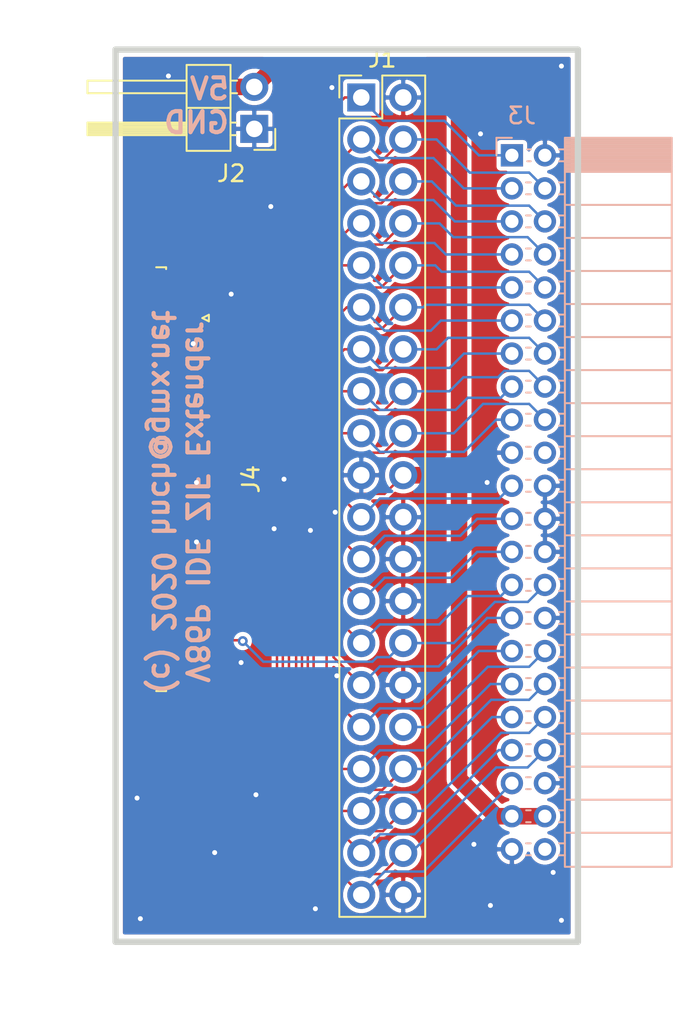
<source format=kicad_pcb>
(kicad_pcb (version 20171130) (host pcbnew 5.1.5-5.1.5)
  (title_block (title "flex_ide_adapter Revision 3") (date 2016-05-14) (rev 3B) (company "The Glitch Works") (comment 1 "J. Chapman"))
  (layers (0 Component signal) (31 Copper signal) (34 B.Paste user hide) (35 F.Paste user hide) (36 B.SilkS user) (37 F.SilkS user) (38 B.Mask user hide) (39 F.Mask user hide) (44 Edge.Cuts user))
  (net 0 "")
  (net 1 /*CS1FX)
  (net 2 /*CS3FX)
  (net 3 /*IOR-IDE)
  (net 4 /*IOW-IDE)
  (net 5 /*RESET)
  (net 6 /A0-IDE)
  (net 7 /A1-IDE)
  (net 8 /A2-IDE)
  (net 9 /D10)
  (net 10 /D11)
  (net 11 /D12)
  (net 12 /D13)
  (net 13 /D14)
  (net 14 /D15)
  (net 15 /D8)
  (net 16 /D9)
  (net 17 /INTRQ)
  (net 18 /VCC_CF)
  (net 19 /DMARQ)
  (net 20 /IORDY)
  (net 21 /IOCS16)
  (net 22 /PDIAG)
  (net 23 /DMACK)
  (net 24 GNDD)
  (net 25 /*DASP)
  (net 26 /D0)
  (net 27 /D1)
  (net 28 /D2)
  (net 29 /D3)
  (net 30 /D4)
  (net 31 /D5)
  (net 32 /D6)
  (net 33 /D7)
  (net 34 /CSEL)
  (net 35 "Net-(J3-Pad44)")
  (net 36 "Net-(J3-Pad20)")
  (net 37 "Net-(J4-Pad2)")
  (net 38 "Net-(J4-Pad1)")
  (module Connector_FFC-FPC:TE_4-1734839-0_1x40-1MP_P0.5mm_Horizontal (layer Component) (at 108.9 54.5 270)
    (fp_text reference J4 (at 0 -3.1 90) (layer F.SilkS))
    (fp_text value Conn_02x20_Odd_Even)
    (pad MP smd rect (at 11.42 0.35 270) (size 2.3 3.1) (layers Component F.Paste F.Mask))
    (pad MP smd rect (at -11.42 0.35 270) (size 2.3 3.1) (layers Component F.Paste F.Mask))
    (pad 40 smd rect (at 9.75 -1.35 270) (size 0.3 1.1) (layers Component F.Paste F.Mask) (net 34 /CSEL))
    (pad 39 smd rect (at 9.25 -1.35 270) (size 0.3 1.1) (layers Component F.Paste F.Mask) (net 18 /VCC_CF))
    (pad 38 smd rect (at 8.75 -1.35 270) (size 0.3 1.1) (layers Component F.Paste F.Mask) (net 18 /VCC_CF))
    (pad 37 smd rect (at 8.25 -1.35 270) (size 0.3 1.1) (layers Component F.Paste F.Mask) (net 25 /*DASP))
    (pad 36 smd rect (at 7.75 -1.35 270) (size 0.3 1.1) (layers Component F.Paste F.Mask) (net 2 /*CS3FX))
    (pad 35 smd rect (at 7.25 -1.35 270) (size 0.3 1.1) (layers Component F.Paste F.Mask) (net 1 /*CS1FX))
    (pad 34 smd rect (at 6.75 -1.35 270) (size 0.3 1.1) (layers Component F.Paste F.Mask) (net 8 /A2-IDE))
    (pad 33 smd rect (at 6.25 -1.35 270) (size 0.3 1.1) (layers Component F.Paste F.Mask) (net 6 /A0-IDE))
    (pad 32 smd rect (at 5.75 -1.35 270) (size 0.3 1.1) (layers Component F.Paste F.Mask) (net 22 /PDIAG))
    (pad 31 smd rect (at 5.25 -1.35 270) (size 0.3 1.1) (layers Component F.Paste F.Mask) (net 7 /A1-IDE))
    (pad 30 smd rect (at 4.75 -1.35 270) (size 0.3 1.1) (layers Component F.Paste F.Mask) (net 17 /INTRQ))
    (pad 29 smd rect (at 4.25 -1.35 270) (size 0.3 1.1) (layers Component F.Paste F.Mask) (net 23 /DMACK))
    (pad 28 smd rect (at 3.75 -1.35 270) (size 0.3 1.1) (layers Component F.Paste F.Mask) (net 24 GNDD))
    (pad 27 smd rect (at 3.25 -1.35 270) (size 0.3 1.1) (layers Component F.Paste F.Mask) (net 20 /IORDY))
    (pad 26 smd rect (at 2.75 -1.35 270) (size 0.3 1.1) (layers Component F.Paste F.Mask) (net 24 GNDD))
    (pad 25 smd rect (at 2.25 -1.35 270) (size 0.3 1.1) (layers Component F.Paste F.Mask) (net 3 /*IOR-IDE))
    (pad 24 smd rect (at 1.75 -1.35 270) (size 0.3 1.1) (layers Component F.Paste F.Mask) (net 4 /*IOW-IDE))
    (pad 23 smd rect (at 1.25 -1.35 270) (size 0.3 1.1) (layers Component F.Paste F.Mask) (net 24 GNDD))
    (pad 22 smd rect (at 0.75 -1.35 270) (size 0.3 1.1) (layers Component F.Paste F.Mask) (net 19 /DMARQ))
    (pad 21 smd rect (at 0.25 -1.35 270) (size 0.3 1.1) (layers Component F.Paste F.Mask) (net 24 GNDD))
    (pad 20 smd rect (at -0.25 -1.35 270) (size 0.3 1.1) (layers Component F.Paste F.Mask) (net 14 /D15))
    (pad 19 smd rect (at -0.75 -1.35 270) (size 0.3 1.1) (layers Component F.Paste F.Mask) (net 26 /D0))
    (pad 18 smd rect (at -1.25 -1.35 270) (size 0.3 1.1) (layers Component F.Paste F.Mask) (net 13 /D14))
    (pad 17 smd rect (at -1.75 -1.35 270) (size 0.3 1.1) (layers Component F.Paste F.Mask) (net 27 /D1))
    (pad 16 smd rect (at -2.25 -1.35 270) (size 0.3 1.1) (layers Component F.Paste F.Mask) (net 12 /D13))
    (pad 15 smd rect (at -2.75 -1.35 270) (size 0.3 1.1) (layers Component F.Paste F.Mask) (net 28 /D2))
    (pad 14 smd rect (at -3.25 -1.35 270) (size 0.3 1.1) (layers Component F.Paste F.Mask) (net 11 /D12))
    (pad 13 smd rect (at -3.75 -1.35 270) (size 0.3 1.1) (layers Component F.Paste F.Mask) (net 29 /D3))
    (pad 12 smd rect (at -4.25 -1.35 270) (size 0.3 1.1) (layers Component F.Paste F.Mask) (net 10 /D11))
    (pad 11 smd rect (at -4.75 -1.35 270) (size 0.3 1.1) (layers Component F.Paste F.Mask) (net 30 /D4))
    (pad 10 smd rect (at -5.25 -1.35 270) (size 0.3 1.1) (layers Component F.Paste F.Mask) (net 9 /D10))
    (pad 9 smd rect (at -5.75 -1.35 270) (size 0.3 1.1) (layers Component F.Paste F.Mask) (net 31 /D5))
    (pad 8 smd rect (at -6.25 -1.35 270) (size 0.3 1.1) (layers Component F.Paste F.Mask) (net 16 /D9))
    (pad 7 smd rect (at -6.75 -1.35 270) (size 0.3 1.1) (layers Component F.Paste F.Mask) (net 32 /D6))
    (pad 6 smd rect (at -7.25 -1.35 270) (size 0.3 1.1) (layers Component F.Paste F.Mask) (net 15 /D8))
    (pad 5 smd rect (at -7.75 -1.35 270) (size 0.3 1.1) (layers Component F.Paste F.Mask) (net 33 /D7))
    (pad 4 smd rect (at -8.25 -1.35 270) (size 0.3 1.1) (layers Component F.Paste F.Mask) (net 24 GNDD))
    (pad 3 smd rect (at -8.75 -1.35 270) (size 0.3 1.1) (layers Component F.Paste F.Mask) (net 5 /*RESET))
    (pad 2 smd rect (at -9.25 -1.35 270) (size 0.3 1.1) (layers Component F.Paste F.Mask) (net 37 "Net-(J4-Pad2)"))
    (pad 1 smd rect (at -9.75 -1.35 270) (size 0.3 1.1) (layers Component F.Paste F.Mask) (net 38 "Net-(J4-Pad1)"))
  )
  (module Connector_PinHeader_2.54mm:PinHeader_2x20_P2.54mm_Vertical (layer Component) (at 118.68 31.4)
    (fp_text reference J1 (at 1.27 -2.33) (layer F.SilkS))
    (fp_text value Conn_02x20_Odd_Even)
    (pad 40 thru_hole oval (at 2.54 48.26) (size 1.7 1.7) (drill 1) (layers *.Cu *.Mask) (net 24 GNDD))
    (pad 39 thru_hole oval (at 0 48.26) (size 1.7 1.7) (drill 1) (layers *.Cu *.Mask) (net 25 /*DASP))
    (pad 38 thru_hole oval (at 2.54 45.72) (size 1.7 1.7) (drill 1) (layers *.Cu *.Mask) (net 2 /*CS3FX))
    (pad 37 thru_hole oval (at 0 45.72) (size 1.7 1.7) (drill 1) (layers *.Cu *.Mask) (net 1 /*CS1FX))
    (pad 36 thru_hole oval (at 2.54 43.18) (size 1.7 1.7) (drill 1) (layers *.Cu *.Mask) (net 8 /A2-IDE))
    (pad 35 thru_hole oval (at 0 43.18) (size 1.7 1.7) (drill 1) (layers *.Cu *.Mask) (net 6 /A0-IDE))
    (pad 34 thru_hole oval (at 2.54 40.64) (size 1.7 1.7) (drill 1) (layers *.Cu *.Mask) (net 22 /PDIAG))
    (pad 33 thru_hole oval (at 0 40.64) (size 1.7 1.7) (drill 1) (layers *.Cu *.Mask) (net 7 /A1-IDE))
    (pad 32 thru_hole oval (at 2.54 38.1) (size 1.7 1.7) (drill 1) (layers *.Cu *.Mask) (net 21 /IOCS16))
    (pad 31 thru_hole oval (at 0 38.1) (size 1.7 1.7) (drill 1) (layers *.Cu *.Mask) (net 17 /INTRQ))
    (pad 30 thru_hole oval (at 2.54 35.56) (size 1.7 1.7) (drill 1) (layers *.Cu *.Mask) (net 24 GNDD))
    (pad 29 thru_hole oval (at 0 35.56) (size 1.7 1.7) (drill 1) (layers *.Cu *.Mask) (net 23 /DMACK))
    (pad 28 thru_hole oval (at 2.54 33.02) (size 1.7 1.7) (drill 1) (layers *.Cu *.Mask) (net 34 /CSEL))
    (pad 27 thru_hole oval (at 0 33.02) (size 1.7 1.7) (drill 1) (layers *.Cu *.Mask) (net 20 /IORDY))
    (pad 26 thru_hole oval (at 2.54 30.48) (size 1.7 1.7) (drill 1) (layers *.Cu *.Mask) (net 24 GNDD))
    (pad 25 thru_hole oval (at 0 30.48) (size 1.7 1.7) (drill 1) (layers *.Cu *.Mask) (net 3 /*IOR-IDE))
    (pad 24 thru_hole oval (at 2.54 27.94) (size 1.7 1.7) (drill 1) (layers *.Cu *.Mask) (net 24 GNDD))
    (pad 23 thru_hole oval (at 0 27.94) (size 1.7 1.7) (drill 1) (layers *.Cu *.Mask) (net 4 /*IOW-IDE))
    (pad 22 thru_hole oval (at 2.54 25.4) (size 1.7 1.7) (drill 1) (layers *.Cu *.Mask) (net 24 GNDD))
    (pad 21 thru_hole oval (at 0 25.4) (size 1.7 1.7) (drill 1) (layers *.Cu *.Mask) (net 19 /DMARQ))
    (pad 20 thru_hole oval (at 2.54 22.86) (size 1.7 1.7) (drill 1) (layers *.Cu *.Mask) (net 18 /VCC_CF))
    (pad 19 thru_hole oval (at 0 22.86) (size 1.7 1.7) (drill 1) (layers *.Cu *.Mask) (net 24 GNDD))
    (pad 18 thru_hole oval (at 2.54 20.32) (size 1.7 1.7) (drill 1) (layers *.Cu *.Mask) (net 14 /D15))
    (pad 17 thru_hole oval (at 0 20.32) (size 1.7 1.7) (drill 1) (layers *.Cu *.Mask) (net 26 /D0))
    (pad 16 thru_hole oval (at 2.54 17.78) (size 1.7 1.7) (drill 1) (layers *.Cu *.Mask) (net 13 /D14))
    (pad 15 thru_hole oval (at 0 17.78) (size 1.7 1.7) (drill 1) (layers *.Cu *.Mask) (net 27 /D1))
    (pad 14 thru_hole oval (at 2.54 15.24) (size 1.7 1.7) (drill 1) (layers *.Cu *.Mask) (net 12 /D13))
    (pad 13 thru_hole oval (at 0 15.24) (size 1.7 1.7) (drill 1) (layers *.Cu *.Mask) (net 28 /D2))
    (pad 12 thru_hole oval (at 2.54 12.7) (size 1.7 1.7) (drill 1) (layers *.Cu *.Mask) (net 11 /D12))
    (pad 11 thru_hole oval (at 0 12.7) (size 1.7 1.7) (drill 1) (layers *.Cu *.Mask) (net 29 /D3))
    (pad 10 thru_hole oval (at 2.54 10.16) (size 1.7 1.7) (drill 1) (layers *.Cu *.Mask) (net 10 /D11))
    (pad 9 thru_hole oval (at 0 10.16) (size 1.7 1.7) (drill 1) (layers *.Cu *.Mask) (net 30 /D4))
    (pad 8 thru_hole oval (at 2.54 7.62) (size 1.7 1.7) (drill 1) (layers *.Cu *.Mask) (net 9 /D10))
    (pad 7 thru_hole oval (at 0 7.62) (size 1.7 1.7) (drill 1) (layers *.Cu *.Mask) (net 31 /D5))
    (pad 6 thru_hole oval (at 2.54 5.08) (size 1.7 1.7) (drill 1) (layers *.Cu *.Mask) (net 16 /D9))
    (pad 5 thru_hole oval (at 0 5.08) (size 1.7 1.7) (drill 1) (layers *.Cu *.Mask) (net 32 /D6))
    (pad 4 thru_hole oval (at 2.54 2.54) (size 1.7 1.7) (drill 1) (layers *.Cu *.Mask) (net 15 /D8))
    (pad 3 thru_hole oval (at 0 2.54) (size 1.7 1.7) (drill 1) (layers *.Cu *.Mask) (net 33 /D7))
    (pad 2 thru_hole oval (at 2.54 0) (size 1.7 1.7) (drill 1) (layers *.Cu *.Mask) (net 24 GNDD))
    (pad 1 thru_hole rect (at 0 0) (size 1.7 1.7) (drill 1) (layers *.Cu *.Mask) (net 5 /*RESET))
  )
  (module Connector_PinSocket_2.00mm:PinSocket_2x22_P2.00mm_Horizontal (layer Copper) (at 127.8 34.9 180)
    (fp_text reference J3 (at -0.6 2.4) (layer B.SilkS) (effects (justify mirror)))
    (fp_text value Conn_02x22_Odd_Even)
    (pad 44 thru_hole oval (at -2 -42 180) (size 1.35 1.35) (drill 0.8) (layers *.Cu *.Mask) (net 35 "Net-(J3-Pad44)"))
    (pad 43 thru_hole oval (at 0 -42 180) (size 1.35 1.35) (drill 0.8) (layers *.Cu *.Mask) (net 24 GNDD))
    (pad 42 thru_hole oval (at -2 -40 180) (size 1.35 1.35) (drill 0.8) (layers *.Cu *.Mask) (net 18 /VCC_CF))
    (pad 41 thru_hole oval (at 0 -40 180) (size 1.35 1.35) (drill 0.8) (layers *.Cu *.Mask) (net 18 /VCC_CF))
    (pad 40 thru_hole oval (at -2 -38 180) (size 1.35 1.35) (drill 0.8) (layers *.Cu *.Mask) (net 24 GNDD))
    (pad 39 thru_hole oval (at 0 -38 180) (size 1.35 1.35) (drill 0.8) (layers *.Cu *.Mask) (net 25 /*DASP))
    (pad 38 thru_hole oval (at -2 -36 180) (size 1.35 1.35) (drill 0.8) (layers *.Cu *.Mask) (net 2 /*CS3FX))
    (pad 37 thru_hole oval (at 0 -36 180) (size 1.35 1.35) (drill 0.8) (layers *.Cu *.Mask) (net 1 /*CS1FX))
    (pad 36 thru_hole oval (at -2 -34 180) (size 1.35 1.35) (drill 0.8) (layers *.Cu *.Mask) (net 8 /A2-IDE))
    (pad 35 thru_hole oval (at 0 -34 180) (size 1.35 1.35) (drill 0.8) (layers *.Cu *.Mask) (net 6 /A0-IDE))
    (pad 34 thru_hole oval (at -2 -32 180) (size 1.35 1.35) (drill 0.8) (layers *.Cu *.Mask) (net 22 /PDIAG))
    (pad 33 thru_hole oval (at 0 -32 180) (size 1.35 1.35) (drill 0.8) (layers *.Cu *.Mask) (net 7 /A1-IDE))
    (pad 32 thru_hole oval (at -2 -30 180) (size 1.35 1.35) (drill 0.8) (layers *.Cu *.Mask) (net 21 /IOCS16))
    (pad 31 thru_hole oval (at 0 -30 180) (size 1.35 1.35) (drill 0.8) (layers *.Cu *.Mask) (net 17 /INTRQ))
    (pad 30 thru_hole oval (at -2 -28 180) (size 1.35 1.35) (drill 0.8) (layers *.Cu *.Mask) (net 24 GNDD))
    (pad 29 thru_hole oval (at 0 -28 180) (size 1.35 1.35) (drill 0.8) (layers *.Cu *.Mask) (net 23 /DMACK))
    (pad 28 thru_hole oval (at -2 -26 180) (size 1.35 1.35) (drill 0.8) (layers *.Cu *.Mask) (net 34 /CSEL))
    (pad 27 thru_hole oval (at 0 -26 180) (size 1.35 1.35) (drill 0.8) (layers *.Cu *.Mask) (net 20 /IORDY))
    (pad 26 thru_hole oval (at -2 -24 180) (size 1.35 1.35) (drill 0.8) (layers *.Cu *.Mask) (net 24 GNDD))
    (pad 25 thru_hole oval (at 0 -24 180) (size 1.35 1.35) (drill 0.8) (layers *.Cu *.Mask) (net 3 /*IOR-IDE))
    (pad 24 thru_hole oval (at -2 -22 180) (size 1.35 1.35) (drill 0.8) (layers *.Cu *.Mask) (net 24 GNDD))
    (pad 23 thru_hole oval (at 0 -22 180) (size 1.35 1.35) (drill 0.8) (layers *.Cu *.Mask) (net 4 /*IOW-IDE))
    (pad 22 thru_hole oval (at -2 -20 180) (size 1.35 1.35) (drill 0.8) (layers *.Cu *.Mask) (net 24 GNDD))
    (pad 21 thru_hole oval (at 0 -20 180) (size 1.35 1.35) (drill 0.8) (layers *.Cu *.Mask) (net 19 /DMARQ))
    (pad 20 thru_hole oval (at -2 -18 180) (size 1.35 1.35) (drill 0.8) (layers *.Cu *.Mask) (net 36 "Net-(J3-Pad20)"))
    (pad 19 thru_hole oval (at 0 -18 180) (size 1.35 1.35) (drill 0.8) (layers *.Cu *.Mask) (net 24 GNDD))
    (pad 18 thru_hole oval (at -2 -16 180) (size 1.35 1.35) (drill 0.8) (layers *.Cu *.Mask) (net 14 /D15))
    (pad 17 thru_hole oval (at 0 -16 180) (size 1.35 1.35) (drill 0.8) (layers *.Cu *.Mask) (net 26 /D0))
    (pad 16 thru_hole oval (at -2 -14 180) (size 1.35 1.35) (drill 0.8) (layers *.Cu *.Mask) (net 13 /D14))
    (pad 15 thru_hole oval (at 0 -14 180) (size 1.35 1.35) (drill 0.8) (layers *.Cu *.Mask) (net 27 /D1))
    (pad 14 thru_hole oval (at -2 -12 180) (size 1.35 1.35) (drill 0.8) (layers *.Cu *.Mask) (net 12 /D13))
    (pad 13 thru_hole oval (at 0 -12 180) (size 1.35 1.35) (drill 0.8) (layers *.Cu *.Mask) (net 28 /D2))
    (pad 12 thru_hole oval (at -2 -10 180) (size 1.35 1.35) (drill 0.8) (layers *.Cu *.Mask) (net 11 /D12))
    (pad 11 thru_hole oval (at 0 -10 180) (size 1.35 1.35) (drill 0.8) (layers *.Cu *.Mask) (net 29 /D3))
    (pad 10 thru_hole oval (at -2 -8 180) (size 1.35 1.35) (drill 0.8) (layers *.Cu *.Mask) (net 10 /D11))
    (pad 9 thru_hole oval (at 0 -8 180) (size 1.35 1.35) (drill 0.8) (layers *.Cu *.Mask) (net 30 /D4))
    (pad 8 thru_hole oval (at -2 -6 180) (size 1.35 1.35) (drill 0.8) (layers *.Cu *.Mask) (net 9 /D10))
    (pad 7 thru_hole oval (at 0 -6 180) (size 1.35 1.35) (drill 0.8) (layers *.Cu *.Mask) (net 31 /D5))
    (pad 6 thru_hole oval (at -2 -4 180) (size 1.35 1.35) (drill 0.8) (layers *.Cu *.Mask) (net 16 /D9))
    (pad 5 thru_hole oval (at 0 -4 180) (size 1.35 1.35) (drill 0.8) (layers *.Cu *.Mask) (net 32 /D6))
    (pad 4 thru_hole oval (at -2 -2 180) (size 1.35 1.35) (drill 0.8) (layers *.Cu *.Mask) (net 15 /D8))
    (pad 3 thru_hole oval (at 0 -2 180) (size 1.35 1.35) (drill 0.8) (layers *.Cu *.Mask) (net 33 /D7))
    (pad 2 thru_hole oval (at -2 0 180) (size 1.35 1.35) (drill 0.8) (layers *.Cu *.Mask) (net 24 GNDD))
    (pad 1 thru_hole rect (at 0 0 180) (size 1.35 1.35) (drill 0.8) (layers *.Cu *.Mask) (net 5 /*RESET))
  )
  (module Connector_PinHeader_2.54mm:PinHeader_1x02_P2.54mm_Horizontal (layer Component) (at 112.2 33.3 180)
    (fp_text reference J2 (at 1.4 -2.7) (layer F.SilkS))
    (fp_text value Conn_01x02)
    (pad 2 thru_hole oval (at 0 2.54 180) (size 1.7 1.7) (drill 1) (layers *.Cu *.Mask) (net 18 /VCC_CF))
    (pad 1 thru_hole rect (at 0 0 180) (size 1.7 1.7) (drill 1) (layers *.Cu *.Mask) (net 24 GNDD))
  )
  (gr_text "5V\nGND" (at 110.8 31.9) (layer B.SilkS) (effects (font (size 1.27 1.27) (thickness 0.254)) (justify left mirror)))
  (gr_text "V86P IDE ZIF Extender\n(c) 2020 hnch@gmx.net" (at 107.7 55.9 270) (layer B.SilkS) (effects (font (size 1.27 1.27) (thickness 0.254)) (justify mirror)))
  (gr_line (start 131.8 28.5) (end 103.8 28.5) (layer Edge.Cuts) (width 0.381))
  (gr_line (start 131.8 82.5) (end 131.8 28.5) (layer Edge.Cuts) (width 0.381))
  (gr_line (start 103.8 82.5) (end 131.8 82.5) (layer Edge.Cuts) (width 0.381))
  (gr_line (start 103.8 28.5) (end 103.8 82.5) (layer Edge.Cuts) (width 0.381))
  (segment (start 127 70.9) (end 127.8 70.9) (width 0.15) (layer Copper) (net 1))
  (segment (start 121.908201 75.991799) (end 127 70.9) (width 0.15) (layer Copper) (net 1))
  (segment (start 118.68 77.12) (end 119.808201 75.991799) (width 0.15) (layer Copper) (net 1))
  (segment (start 119.808201 75.991799) (end 121.908201 75.991799) (width 0.15) (layer Copper) (net 1))
  (segment (start 114.3 64.2) (end 114.3 73.7) (width 0.15) (layer Component) (net 1))
  (segment (start 114.3 73.7) (end 116.870001 76.270001) (width 0.15) (layer Component) (net 1))
  (segment (start 111.85 61.75) (end 114.3 64.2) (width 0.15) (layer Component) (net 1))
  (segment (start 110.25 61.75) (end 111.85 61.75) (width 0.15) (layer Component) (net 1))
  (segment (start 117.830001 76.270001) (end 118.68 77.12) (width 0.15) (layer Component) (net 1))
  (segment (start 116.870001 76.270001) (end 117.830001 76.270001) (width 0.15) (layer Component) (net 1))
  (segment (start 126.853201 71.946799) (end 128.753201 71.946799) (width 0.15) (layer Copper) (net 2))
  (segment (start 121.22 77.12) (end 121.68 77.12) (width 0.15) (layer Copper) (net 2))
  (segment (start 129.125001 71.574999) (end 129.8 70.9) (width 0.15) (layer Copper) (net 2))
  (segment (start 128.753201 71.946799) (end 129.125001 71.574999) (width 0.15) (layer Copper) (net 2))
  (segment (start 121.68 77.12) (end 126.853201 71.946799) (width 0.15) (layer Copper) (net 2))
  (segment (start 120.370001 77.969999) (end 121.22 77.12) (width 0.15) (layer Component) (net 2))
  (segment (start 119.94 78.4) (end 120.370001 77.969999) (width 0.15) (layer Component) (net 2))
  (segment (start 111.75 62.25) (end 113.928201 64.428201) (width 0.15) (layer Component) (net 2))
  (segment (start 110.25 62.25) (end 111.75 62.25) (width 0.15) (layer Component) (net 2))
  (segment (start 113.928201 74.228201) (end 118.1 78.4) (width 0.15) (layer Component) (net 2))
  (segment (start 113.928201 64.428201) (end 113.928201 74.228201) (width 0.15) (layer Component) (net 2))
  (segment (start 118.1 78.4) (end 119.94 78.4) (width 0.15) (layer Component) (net 2))
  (segment (start 124.131799 60.468201) (end 125.7 58.9) (width 0.15) (layer Copper) (net 3))
  (segment (start 125.7 58.9) (end 127.8 58.9) (width 0.15) (layer Copper) (net 3))
  (segment (start 118.68 61.88) (end 120.091799 60.468201) (width 0.15) (layer Copper) (net 3))
  (segment (start 120.091799 60.468201) (end 124.131799 60.468201) (width 0.15) (layer Copper) (net 3))
  (segment (start 113.55 56.75) (end 114.1 57.3) (width 0.15) (layer Component) (net 3))
  (segment (start 110.25 56.75) (end 113.55 56.75) (width 0.15) (layer Component) (net 3))
  (segment (start 114.1 57.3) (end 118.68 61.88) (width 0.15) (layer Component) (net 3))
  (segment (start 125.7 56.9) (end 127.8 56.9) (width 0.15) (layer Copper) (net 4))
  (segment (start 124.671799 57.928201) (end 125.7 56.9) (width 0.15) (layer Copper) (net 4))
  (segment (start 118.68 59.34) (end 120.091799 57.928201) (width 0.15) (layer Copper) (net 4))
  (segment (start 120.091799 57.928201) (end 124.671799 57.928201) (width 0.15) (layer Copper) (net 4))
  (segment (start 115.59 56.25) (end 110.25 56.25) (width 0.15) (layer Component) (net 4))
  (segment (start 118.68 59.34) (end 115.59 56.25) (width 0.15) (layer Component) (net 4))
  (segment (start 112.3 36.78) (end 117.68 31.4) (width 0.15) (layer Component) (net 5))
  (segment (start 117.68 31.4) (end 118.68 31.4) (width 0.15) (layer Component) (net 5))
  (segment (start 112.3 45.2) (end 112.3 36.78) (width 0.15) (layer Component) (net 5))
  (segment (start 110.15 45.75) (end 111.75 45.75) (width 0.15) (layer Component) (net 5))
  (segment (start 111.75 45.75) (end 112.3 45.2) (width 0.15) (layer Component) (net 5))
  (segment (start 125.8 34.9) (end 127.8 34.9) (width 0.15) (layer Copper) (net 5))
  (segment (start 123.711799 32.811799) (end 125.8 34.9) (width 0.15) (layer Copper) (net 5))
  (segment (start 118.68 31.4) (end 118.68 31.48) (width 0.15) (layer Copper) (net 5))
  (segment (start 120.011799 32.811799) (end 123.711799 32.811799) (width 0.15) (layer Copper) (net 5))
  (segment (start 118.68 31.48) (end 120.011799 32.811799) (width 0.15) (layer Copper) (net 5))
  (segment (start 126.6 68.9) (end 127.8 68.9) (width 0.15) (layer Copper) (net 6))
  (segment (start 122.048201 73.451799) (end 126.6 68.9) (width 0.15) (layer Copper) (net 6))
  (segment (start 118.68 74.58) (end 119.808201 73.451799) (width 0.15) (layer Copper) (net 6))
  (segment (start 119.808201 73.451799) (end 122.048201 73.451799) (width 0.15) (layer Copper) (net 6))
  (segment (start 115.087162 63.987647) (end 115.087162 72.286676) (width 0.15) (layer Component) (net 6))
  (segment (start 111.849515 60.75) (end 115.087162 63.987647) (width 0.15) (layer Component) (net 6))
  (segment (start 115.087162 72.286676) (end 117.380486 74.58) (width 0.15) (layer Component) (net 6))
  (segment (start 117.477919 74.58) (end 118.68 74.58) (width 0.15) (layer Component) (net 6))
  (segment (start 117.380486 74.58) (end 117.477919 74.58) (width 0.15) (layer Component) (net 6))
  (segment (start 110.25 60.75) (end 111.849515 60.75) (width 0.15) (layer Component) (net 6))
  (segment (start 126.5 66.9) (end 127.8 66.9) (width 0.15) (layer Copper) (net 7))
  (segment (start 122.488201 70.911799) (end 126.5 66.9) (width 0.15) (layer Copper) (net 7))
  (segment (start 118.68 72.04) (end 119.808201 70.911799) (width 0.15) (layer Copper) (net 7))
  (segment (start 119.808201 70.911799) (end 122.488201 70.911799) (width 0.15) (layer Copper) (net 7))
  (segment (start 117.477919 72.04) (end 118.68 72.04) (width 0.15) (layer Component) (net 7))
  (segment (start 115.79358 70.355661) (end 117.477919 72.04) (width 0.15) (layer Component) (net 7))
  (segment (start 115.79358 63.69358) (end 115.79358 70.355661) (width 0.15) (layer Component) (net 7))
  (segment (start 110.25 59.75) (end 111.85 59.75) (width 0.15) (layer Component) (net 7))
  (segment (start 111.85 59.75) (end 115.79358 63.69358) (width 0.15) (layer Component) (net 7))
  (segment (start 129.125001 69.574999) (end 129.8 68.9) (width 0.15) (layer Copper) (net 8))
  (segment (start 128.846799 69.853201) (end 129.125001 69.574999) (width 0.15) (layer Copper) (net 8))
  (segment (start 127.14888 69.853201) (end 128.846799 69.853201) (width 0.15) (layer Copper) (net 8))
  (segment (start 122.422081 74.58) (end 127.14888 69.853201) (width 0.15) (layer Copper) (net 8))
  (segment (start 121.22 74.58) (end 122.422081 74.58) (width 0.15) (layer Copper) (net 8))
  (segment (start 120 75.8) (end 120.370001 75.429999) (width 0.15) (layer Component) (net 8))
  (segment (start 111.85 61.25) (end 114.733951 64.133951) (width 0.15) (layer Component) (net 8))
  (segment (start 120.370001 75.429999) (end 121.22 74.58) (width 0.15) (layer Component) (net 8))
  (segment (start 110.25 61.25) (end 111.85 61.25) (width 0.15) (layer Component) (net 8))
  (segment (start 117.4 75.8) (end 120 75.8) (width 0.15) (layer Component) (net 8))
  (segment (start 114.733951 64.133951) (end 114.733951 73.133951) (width 0.15) (layer Component) (net 8))
  (segment (start 114.733951 73.133951) (end 117.4 75.8) (width 0.15) (layer Component) (net 8))
  (segment (start 120.370001 39.869999) (end 121.22 39.02) (width 0.15) (layer Component) (net 9))
  (segment (start 119.94 40.3) (end 120.370001 39.869999) (width 0.15) (layer Component) (net 9))
  (segment (start 114.793578 47.003992) (end 114.793578 43.493086) (width 0.15) (layer Component) (net 9))
  (segment (start 114.793578 43.493086) (end 117.986664 40.3) (width 0.15) (layer Component) (net 9))
  (segment (start 112.54757 49.25) (end 114.793578 47.003992) (width 0.15) (layer Component) (net 9))
  (segment (start 110.15 49.25) (end 112.54757 49.25) (width 0.15) (layer Component) (net 9))
  (segment (start 117.986664 40.3) (end 119.94 40.3) (width 0.15) (layer Component) (net 9))
  (segment (start 121.22 39.02) (end 123.42 39.02) (width 0.15) (layer Copper) (net 9))
  (segment (start 128.753201 39.853201) (end 129.8 40.9) (width 0.15) (layer Copper) (net 9))
  (segment (start 124.253201 39.853201) (end 128.753201 39.853201) (width 0.15) (layer Copper) (net 9))
  (segment (start 123.42 39.02) (end 124.253201 39.853201) (width 0.15) (layer Copper) (net 9))
  (segment (start 119.88 42.9) (end 120.370001 42.409999) (width 0.15) (layer Component) (net 10))
  (segment (start 112.546598 50.25) (end 115.5 47.296598) (width 0.15) (layer Component) (net 10))
  (segment (start 120.370001 42.409999) (end 121.22 41.56) (width 0.15) (layer Component) (net 10))
  (segment (start 115.5 47.296598) (end 115.5 44.7) (width 0.15) (layer Component) (net 10))
  (segment (start 115.5 44.7) (end 117.3 42.9) (width 0.15) (layer Component) (net 10))
  (segment (start 110.15 50.25) (end 112.546598 50.25) (width 0.15) (layer Component) (net 10))
  (segment (start 117.3 42.9) (end 119.88 42.9) (width 0.15) (layer Component) (net 10))
  (segment (start 128.846799 41.946799) (end 129.125001 42.225001) (width 0.15) (layer Copper) (net 10))
  (segment (start 123.546799 41.946799) (end 128.846799 41.946799) (width 0.15) (layer Copper) (net 10))
  (segment (start 121.22 41.56) (end 123.16 41.56) (width 0.15) (layer Copper) (net 10))
  (segment (start 129.125001 42.225001) (end 129.8 42.9) (width 0.15) (layer Copper) (net 10))
  (segment (start 123.16 41.56) (end 123.546799 41.946799) (width 0.15) (layer Copper) (net 10))
  (segment (start 120.370001 44.949999) (end 121.22 44.1) (width 0.15) (layer Component) (net 11))
  (segment (start 119.92 45.4) (end 120.370001 44.949999) (width 0.15) (layer Component) (net 11))
  (segment (start 112.55 51.25) (end 116.3 47.5) (width 0.15) (layer Component) (net 11))
  (segment (start 110.15 51.25) (end 112.55 51.25) (width 0.15) (layer Component) (net 11))
  (segment (start 116.3 47.066664) (end 117.966664 45.4) (width 0.15) (layer Component) (net 11))
  (segment (start 117.966664 45.4) (end 119.92 45.4) (width 0.15) (layer Component) (net 11))
  (segment (start 116.3 47.5) (end 116.3 47.066664) (width 0.15) (layer Component) (net 11))
  (segment (start 129.125001 44.225001) (end 129.8 44.9) (width 0.15) (layer Copper) (net 11))
  (segment (start 128.846799 43.946799) (end 129.125001 44.225001) (width 0.15) (layer Copper) (net 11))
  (segment (start 122.575282 43.946799) (end 128.846799 43.946799) (width 0.15) (layer Copper) (net 11))
  (segment (start 122.422081 44.1) (end 122.575282 43.946799) (width 0.15) (layer Copper) (net 11))
  (segment (start 121.22 44.1) (end 122.422081 44.1) (width 0.15) (layer Copper) (net 11))
  (segment (start 120.370001 47.489999) (end 121.22 46.64) (width 0.15) (layer Component) (net 12))
  (segment (start 119.96 47.9) (end 120.370001 47.489999) (width 0.15) (layer Component) (net 12))
  (segment (start 117 47.9) (end 119.96 47.9) (width 0.15) (layer Component) (net 12))
  (segment (start 110.15 52.25) (end 112.65 52.25) (width 0.15) (layer Component) (net 12))
  (segment (start 112.65 52.25) (end 117 47.9) (width 0.15) (layer Component) (net 12))
  (segment (start 123.934242 45.946799) (end 128.846799 45.946799) (width 0.15) (layer Copper) (net 12))
  (segment (start 129.125001 46.225001) (end 129.8 46.9) (width 0.15) (layer Copper) (net 12))
  (segment (start 121.22 46.64) (end 123.241041 46.64) (width 0.15) (layer Copper) (net 12))
  (segment (start 128.846799 45.946799) (end 129.125001 46.225001) (width 0.15) (layer Copper) (net 12))
  (segment (start 123.241041 46.64) (end 123.934242 45.946799) (width 0.15) (layer Copper) (net 12))
  (segment (start 120.370001 50.029999) (end 121.22 49.18) (width 0.15) (layer Component) (net 13))
  (segment (start 115.591313 50.308201) (end 120.091799 50.308201) (width 0.15) (layer Component) (net 13))
  (segment (start 112.649514 53.25) (end 115.591313 50.308201) (width 0.15) (layer Component) (net 13))
  (segment (start 120.091799 50.308201) (end 120.370001 50.029999) (width 0.15) (layer Component) (net 13))
  (segment (start 110.15 53.25) (end 112.649514 53.25) (width 0.15) (layer Component) (net 13))
  (segment (start 128.846799 47.946799) (end 129.125001 48.225001) (width 0.15) (layer Copper) (net 13))
  (segment (start 129.125001 48.225001) (end 129.8 48.9) (width 0.15) (layer Copper) (net 13))
  (segment (start 124.02 49.18) (end 124.869999 48.330001) (width 0.15) (layer Copper) (net 13))
  (segment (start 126.959261 48.330001) (end 127.342463 47.946799) (width 0.15) (layer Copper) (net 13))
  (segment (start 121.22 49.18) (end 124.02 49.18) (width 0.15) (layer Copper) (net 13))
  (segment (start 124.869999 48.330001) (end 126.959261 48.330001) (width 0.15) (layer Copper) (net 13))
  (segment (start 127.342463 47.946799) (end 128.846799 47.946799) (width 0.15) (layer Copper) (net 13))
  (segment (start 120.04 52.9) (end 120.370001 52.569999) (width 0.15) (layer Component) (net 14))
  (segment (start 120.370001 52.569999) (end 121.22 51.72) (width 0.15) (layer Component) (net 14))
  (segment (start 114.3 52.9) (end 120.04 52.9) (width 0.15) (layer Component) (net 14))
  (segment (start 110.15 54.25) (end 112.95 54.25) (width 0.15) (layer Component) (net 14))
  (segment (start 112.95 54.25) (end 114.3 52.9) (width 0.15) (layer Component) (net 14))
  (segment (start 129.125001 50.225001) (end 129.8 50.9) (width 0.15) (layer Copper) (net 14))
  (segment (start 126.053201 49.946799) (end 128.846799 49.946799) (width 0.15) (layer Copper) (net 14))
  (segment (start 128.846799 49.946799) (end 129.125001 50.225001) (width 0.15) (layer Copper) (net 14))
  (segment (start 121.22 51.72) (end 124.28 51.72) (width 0.15) (layer Copper) (net 14))
  (segment (start 124.28 51.72) (end 126.053201 49.946799) (width 0.15) (layer Copper) (net 14))
  (segment (start 119.96 35.2) (end 120.370001 34.789999) (width 0.15) (layer Component) (net 15))
  (segment (start 111.95 47.25) (end 113.380734 45.819266) (width 0.15) (layer Component) (net 15))
  (segment (start 120.370001 34.789999) (end 121.22 33.94) (width 0.15) (layer Component) (net 15))
  (segment (start 113.380734 45.819266) (end 113.380734 39.919266) (width 0.15) (layer Component) (net 15))
  (segment (start 110.15 47.25) (end 111.95 47.25) (width 0.15) (layer Component) (net 15))
  (segment (start 118.1 35.2) (end 119.96 35.2) (width 0.15) (layer Component) (net 15))
  (segment (start 113.380734 39.919266) (end 118.1 35.2) (width 0.15) (layer Component) (net 15))
  (segment (start 128.846799 35.946799) (end 129.125001 36.225001) (width 0.15) (layer Copper) (net 15))
  (segment (start 129.125001 36.225001) (end 129.8 36.9) (width 0.15) (layer Copper) (net 15))
  (segment (start 125.246799 35.946799) (end 128.846799 35.946799) (width 0.15) (layer Copper) (net 15))
  (segment (start 121.22 33.94) (end 123.24 33.94) (width 0.15) (layer Copper) (net 15))
  (segment (start 123.24 33.94) (end 125.246799 35.946799) (width 0.15) (layer Copper) (net 15))
  (segment (start 119.9 37.8) (end 120.370001 37.329999) (width 0.15) (layer Component) (net 16))
  (segment (start 112.399271 48.25) (end 114.087156 46.562115) (width 0.15) (layer Component) (net 16))
  (segment (start 114.087156 46.562115) (end 114.087156 41.943106) (width 0.15) (layer Component) (net 16))
  (segment (start 120.370001 37.329999) (end 121.22 36.48) (width 0.15) (layer Component) (net 16))
  (segment (start 110.15 48.25) (end 112.399271 48.25) (width 0.15) (layer Component) (net 16))
  (segment (start 114.087156 41.943106) (end 118.230262 37.8) (width 0.15) (layer Component) (net 16))
  (segment (start 118.230262 37.8) (end 119.9 37.8) (width 0.15) (layer Component) (net 16))
  (segment (start 124.41784 37.946799) (end 128.846799 37.946799) (width 0.15) (layer Copper) (net 16))
  (segment (start 121.22 36.48) (end 122.951041 36.48) (width 0.15) (layer Copper) (net 16))
  (segment (start 129.125001 38.225001) (end 129.8 38.9) (width 0.15) (layer Copper) (net 16))
  (segment (start 128.846799 37.946799) (end 129.125001 38.225001) (width 0.15) (layer Copper) (net 16))
  (segment (start 122.951041 36.48) (end 124.41784 37.946799) (width 0.15) (layer Copper) (net 16))
  (segment (start 125.8 64.9) (end 127.8 64.9) (width 0.15) (layer Copper) (net 17))
  (segment (start 122.328201 68.371799) (end 125.8 64.9) (width 0.15) (layer Copper) (net 17))
  (segment (start 118.68 69.5) (end 119.808201 68.371799) (width 0.15) (layer Copper) (net 17))
  (segment (start 119.808201 68.371799) (end 122.328201 68.371799) (width 0.15) (layer Copper) (net 17))
  (segment (start 117.830001 68.650001) (end 118.68 69.5) (width 0.15) (layer Component) (net 17))
  (segment (start 116.58 67.4) (end 117.830001 68.650001) (width 0.15) (layer Component) (net 17))
  (segment (start 116.58 63.78) (end 116.58 67.4) (width 0.15) (layer Component) (net 17))
  (segment (start 110.25 59.25) (end 112.05 59.25) (width 0.15) (layer Component) (net 17))
  (segment (start 112.05 59.25) (end 116.58 63.78) (width 0.15) (layer Component) (net 17))
  (segment (start 120.370001 55.109999) (end 121.22 54.26) (width 0.15) (layer Component) (net 18))
  (segment (start 120.091799 55.388201) (end 120.370001 55.109999) (width 0.15) (layer Component) (net 18))
  (segment (start 118.138463 55.388201) (end 120.091799 55.388201) (width 0.15) (layer Component) (net 18))
  (segment (start 118.000262 55.25) (end 118.138463 55.388201) (width 0.15) (layer Component) (net 18))
  (segment (start 127.8 74.9) (end 127.8 75.008738) (width 0.5) (layer Component) (net 18))
  (segment (start 129.8 74.9) (end 127.8 74.9) (width 1) (layer Component) (net 18))
  (segment (start 123.86 54.26) (end 121.22 54.26) (width 1) (layer Component) (net 18))
  (segment (start 124.6 55) (end 123.86 54.26) (width 1) (layer Component) (net 18))
  (segment (start 124.6 72.654594) (end 124.6 55) (width 1) (layer Component) (net 18))
  (segment (start 127.8 74.9) (end 126.845406 74.9) (width 1) (layer Component) (net 18))
  (segment (start 126.845406 74.9) (end 124.6 72.654594) (width 1) (layer Component) (net 18))
  (segment (start 113.46 29.5) (end 112.2 30.76) (width 1) (layer Component) (net 18))
  (segment (start 123.74 54.26) (end 124.6 53.4) (width 1) (layer Component) (net 18))
  (segment (start 121.22 54.26) (end 123.74 54.26) (width 1) (layer Component) (net 18))
  (segment (start 124.6 53.4) (end 124.6 32.2) (width 1) (layer Component) (net 18))
  (segment (start 124.6 32.2) (end 121.9 29.5) (width 1) (layer Component) (net 18))
  (segment (start 121.9 29.5) (end 113.46 29.5) (width 1) (layer Component) (net 18))
  (segment (start 110.25 63.75) (end 109.15 63.75) (width 0.25) (layer Component) (net 18))
  (segment (start 110.25 63.25) (end 109.15 63.25) (width 0.25) (layer Component) (net 18))
  (segment (start 106.296799 35.46112) (end 106.296799 60.996799) (width 1) (layer Component) (net 18))
  (segment (start 112.2 30.76) (end 110.997919 30.76) (width 1) (layer Component) (net 18))
  (segment (start 110.997919 30.76) (end 106.296799 35.46112) (width 1) (layer Component) (net 18))
  (segment (start 106.296799 60.996799) (end 108.8 63.5) (width 1) (layer Component) (net 18))
  (segment (start 127.125001 55.574999) (end 127.8 54.9) (width 0.15) (layer Copper) (net 19))
  (segment (start 127.028201 55.671799) (end 127.125001 55.574999) (width 0.15) (layer Copper) (net 19))
  (segment (start 119.808201 55.671799) (end 127.028201 55.671799) (width 0.15) (layer Copper) (net 19))
  (segment (start 118.68 56.8) (end 119.808201 55.671799) (width 0.15) (layer Copper) (net 19))
  (segment (start 112.9 55.2) (end 113.45 55.75) (width 0.15) (layer Component) (net 19))
  (segment (start 117.63 55.75) (end 118.68 56.8) (width 0.15) (layer Component) (net 19))
  (segment (start 113.45 55.75) (end 117.63 55.75) (width 0.15) (layer Component) (net 19))
  (segment (start 110.95 55.25) (end 110.25 55.25) (width 0.15) (layer Component) (net 19))
  (segment (start 111 55.2) (end 110.95 55.25) (width 0.15) (layer Component) (net 19))
  (segment (start 112.9 55.2) (end 111 55.2) (width 0.15) (layer Component) (net 19))
  (segment (start 127.125001 61.574999) (end 127.8 60.9) (width 0.15) (layer Copper) (net 20))
  (segment (start 125.125001 61.574999) (end 127.125001 61.574999) (width 0.15) (layer Copper) (net 20))
  (segment (start 118.68 64.42) (end 119.808201 63.291799) (width 0.15) (layer Copper) (net 20))
  (segment (start 123.408201 63.291799) (end 125.125001 61.574999) (width 0.15) (layer Copper) (net 20))
  (segment (start 119.808201 63.291799) (end 123.408201 63.291799) (width 0.15) (layer Copper) (net 20))
  (segment (start 117.3 63.04) (end 118.68 64.42) (width 0.15) (layer Component) (net 20))
  (segment (start 117.3 62.355738) (end 117.3 63.04) (width 0.15) (layer Component) (net 20))
  (segment (start 110.25 57.75) (end 112.721799 57.75) (width 0.15) (layer Component) (net 20))
  (segment (start 112.721799 57.777537) (end 117.3 62.355738) (width 0.15) (layer Component) (net 20))
  (segment (start 112.721799 57.75) (end 112.721799 57.777537) (width 0.15) (layer Component) (net 20))
  (segment (start 129.125001 65.574999) (end 129.8 64.9) (width 0.15) (layer Copper) (net 21))
  (segment (start 128.846799 65.853201) (end 129.125001 65.574999) (width 0.15) (layer Copper) (net 21))
  (segment (start 126.346799 65.853201) (end 128.846799 65.853201) (width 0.15) (layer Copper) (net 21))
  (segment (start 121.22 69.5) (end 122.7 69.5) (width 0.15) (layer Copper) (net 21))
  (segment (start 122.7 69.5) (end 126.346799 65.853201) (width 0.15) (layer Copper) (net 21))
  (segment (start 129.125001 67.574999) (end 129.8 66.9) (width 0.15) (layer Copper) (net 22))
  (segment (start 126.546799 67.853201) (end 128.846799 67.853201) (width 0.15) (layer Copper) (net 22))
  (segment (start 121.22 72.04) (end 122.36 72.04) (width 0.15) (layer Copper) (net 22))
  (segment (start 128.846799 67.853201) (end 129.125001 67.574999) (width 0.15) (layer Copper) (net 22))
  (segment (start 122.36 72.04) (end 126.546799 67.853201) (width 0.15) (layer Copper) (net 22))
  (segment (start 119.96 73.3) (end 120.370001 72.889999) (width 0.15) (layer Component) (net 22))
  (segment (start 120.370001 72.889999) (end 121.22 72.04) (width 0.15) (layer Component) (net 22))
  (segment (start 111.84903 60.25) (end 115.440373 63.841343) (width 0.15) (layer Component) (net 22))
  (segment (start 110.25 60.25) (end 111.84903 60.25) (width 0.15) (layer Component) (net 22))
  (segment (start 115.440373 63.841343) (end 115.440373 71.440373) (width 0.15) (layer Component) (net 22))
  (segment (start 115.440373 71.440373) (end 117.3 73.3) (width 0.15) (layer Component) (net 22))
  (segment (start 117.3 73.3) (end 119.96 73.3) (width 0.15) (layer Component) (net 22))
  (segment (start 126.3 62.9) (end 127.8 62.9) (width 0.15) (layer Copper) (net 23))
  (segment (start 118.68 66.96) (end 119.808201 65.831799) (width 0.15) (layer Copper) (net 23))
  (segment (start 123.368201 65.831799) (end 126.3 62.9) (width 0.15) (layer Copper) (net 23))
  (segment (start 119.808201 65.831799) (end 123.368201 65.831799) (width 0.15) (layer Copper) (net 23))
  (segment (start 112.45 58.75) (end 110.25 58.75) (width 0.15) (layer Component) (net 23))
  (segment (start 117 63.3) (end 112.45 58.75) (width 0.15) (layer Component) (net 23))
  (segment (start 118.68 66.96) (end 117 65.28) (width 0.15) (layer Component) (net 23))
  (segment (start 117 65.28) (end 117 63.3) (width 0.15) (layer Component) (net 23))
  (via (at 111.4 65.6) (size 0.6) (drill 0.3) (layers Component Copper) (net 24))
  (via (at 108.7 58.3) (size 0.6) (drill 0.3) (layers Component Copper) (net 24))
  (via (at 108.7 54.7) (size 0.6) (drill 0.3) (layers Component Copper) (net 24))
  (via (at 108.5 46.3) (size 0.6) (drill 0.3) (layers Component Copper) (net 24))
  (segment (start 108.75 58.25) (end 108.7 58.3) (width 0.25) (layer Component) (net 24))
  (segment (start 110.15 58.25) (end 108.75 58.25) (width 0.25) (layer Component) (net 24))
  (segment (start 108.75 54.75) (end 108.7 54.7) (width 0.25) (layer Component) (net 24))
  (segment (start 110.15 54.75) (end 108.75 54.75) (width 0.25) (layer Component) (net 24))
  (segment (start 108.7 55.6) (end 108.7 55.124264) (width 0.25) (layer Component) (net 24))
  (segment (start 109.35 56.25) (end 108.7 55.6) (width 0.25) (layer Component) (net 24))
  (segment (start 108.7 57.875736) (end 108.7 58.3) (width 0.25) (layer Component) (net 24))
  (segment (start 109.325736 57.25) (end 108.7 57.875736) (width 0.25) (layer Component) (net 24))
  (segment (start 110.15 57.25) (end 109.325736 57.25) (width 0.25) (layer Component) (net 24))
  (segment (start 108.55 46.25) (end 108.5 46.3) (width 0.25) (layer Component) (net 24))
  (segment (start 110.15 46.25) (end 108.55 46.25) (width 0.25) (layer Component) (net 24))
  (via (at 114 54.5) (size 0.6) (drill 0.3) (layers Component Copper) (net 24))
  (via (at 126.3 54.7) (size 0.6) (drill 0.3) (layers Component Copper) (net 24))
  (via (at 113.4 57.5) (size 0.6) (drill 0.3) (layers Component Copper) (net 24))
  (via (at 115.6 57.6) (size 0.6) (drill 0.3) (layers Component Copper) (net 24))
  (via (at 117.1 56.5) (size 0.6) (drill 0.3) (layers Component Copper) (net 24))
  (via (at 126.5 80.3) (size 0.6) (drill 0.3) (layers Component Copper) (net 24))
  (via (at 115.9 80.5) (size 0.6) (drill 0.3) (layers Component Copper) (net 24))
  (via (at 125.5 76.6) (size 0.6) (drill 0.3) (layers Component Copper) (net 24))
  (via (at 130.8 81.2) (size 0.6) (drill 0.3) (layers Component Copper) (net 24))
  (via (at 107 30.1) (size 0.6) (drill 0.3) (layers Component Copper) (net 24))
  (via (at 110.8 43.3) (size 0.6) (drill 0.3) (layers Component Copper) (net 24))
  (via (at 113.2 38) (size 0.6) (drill 0.3) (layers Component Copper) (net 24))
  (via (at 117.2 66.4) (size 0.6) (drill 0.3) (layers Component Copper) (net 24))
  (via (at 112.3 73.6) (size 0.6) (drill 0.3) (layers Component Copper) (net 24))
  (via (at 105.1 73.8) (size 0.6) (drill 0.3) (layers Component Copper) (net 24))
  (via (at 105.3 81.1) (size 0.6) (drill 0.3) (layers Component Copper) (net 24))
  (via (at 116.9 30.8) (size 0.6) (drill 0.3) (layers Component Copper) (net 24))
  (via (at 125.9 33.6) (size 0.6) (drill 0.3) (layers Component Copper) (net 24))
  (via (at 130.8 29.5) (size 0.6) (drill 0.3) (layers Component Copper) (net 24))
  (via (at 109.8 77.1) (size 0.6) (drill 0.3) (layers Component Copper) (net 24))
  (via (at 130.3 78.3) (size 0.6) (drill 0.3) (layers Component Copper) (net 24))
  (segment (start 108.7 55.124264) (end 108.7 54.7) (width 0.15) (layer Component) (net 24))
  (segment (start 109.325736 55.75) (end 108.7 55.124264) (width 0.15) (layer Component) (net 24))
  (segment (start 110.25 55.75) (end 109.325736 55.75) (width 0.15) (layer Component) (net 24))
  (segment (start 127.125001 73.574999) (end 127.8 72.9) (width 0.15) (layer Copper) (net 25))
  (segment (start 122.451799 78.248201) (end 127.125001 73.574999) (width 0.15) (layer Copper) (net 25))
  (segment (start 120.091799 78.248201) (end 122.451799 78.248201) (width 0.15) (layer Copper) (net 25))
  (segment (start 118.68 79.66) (end 120.091799 78.248201) (width 0.15) (layer Copper) (net 25))
  (segment (start 117.830001 78.810001) (end 118.68 79.66) (width 0.15) (layer Component) (net 25))
  (segment (start 113.574991 74.554991) (end 117.830001 78.810001) (width 0.15) (layer Component) (net 25))
  (segment (start 113.574991 65.074991) (end 113.574991 74.554991) (width 0.15) (layer Component) (net 25))
  (segment (start 110.25 62.75) (end 111.25 62.75) (width 0.15) (layer Component) (net 25))
  (segment (start 111.25 62.75) (end 113.574991 65.074991) (width 0.15) (layer Component) (net 25))
  (segment (start 114.78 51.72) (end 118.68 51.72) (width 0.15) (layer Component) (net 26))
  (segment (start 110.15 53.75) (end 112.75 53.75) (width 0.15) (layer Component) (net 26))
  (segment (start 112.75 53.75) (end 114.78 51.72) (width 0.15) (layer Component) (net 26))
  (segment (start 126.85 50.9) (end 127.8 50.9) (width 0.15) (layer Copper) (net 26))
  (segment (start 124.901799 52.848201) (end 126.85 50.9) (width 0.15) (layer Copper) (net 26))
  (segment (start 118.68 51.72) (end 119.808201 52.848201) (width 0.15) (layer Copper) (net 26))
  (segment (start 119.808201 52.848201) (end 124.901799 52.848201) (width 0.15) (layer Copper) (net 26))
  (segment (start 116.22 49.18) (end 118.68 49.18) (width 0.15) (layer Component) (net 27))
  (segment (start 110.15 52.75) (end 112.65 52.75) (width 0.15) (layer Component) (net 27))
  (segment (start 112.65 52.75) (end 116.22 49.18) (width 0.15) (layer Component) (net 27))
  (segment (start 127.125001 49.574999) (end 127.8 48.9) (width 0.15) (layer Copper) (net 27))
  (segment (start 124.391799 50.308201) (end 125.125001 49.574999) (width 0.15) (layer Copper) (net 27))
  (segment (start 118.68 49.18) (end 119.808201 50.308201) (width 0.15) (layer Copper) (net 27))
  (segment (start 125.125001 49.574999) (end 127.125001 49.574999) (width 0.15) (layer Copper) (net 27))
  (segment (start 119.808201 50.308201) (end 124.391799 50.308201) (width 0.15) (layer Copper) (net 27))
  (segment (start 110.15 51.75) (end 112.55 51.75) (width 0.15) (layer Component) (net 28))
  (segment (start 117.66 46.64) (end 118.68 46.64) (width 0.15) (layer Component) (net 28))
  (segment (start 112.55 51.75) (end 117.66 46.64) (width 0.15) (layer Component) (net 28))
  (segment (start 124.9 46.9) (end 127.8 46.9) (width 0.15) (layer Copper) (net 28))
  (segment (start 124.031799 47.768201) (end 124.9 46.9) (width 0.15) (layer Copper) (net 28))
  (segment (start 118.68 46.64) (end 119.808201 47.768201) (width 0.15) (layer Copper) (net 28))
  (segment (start 119.808201 47.768201) (end 124.031799 47.768201) (width 0.15) (layer Copper) (net 28))
  (segment (start 115.9 46) (end 117.8 44.1) (width 0.15) (layer Component) (net 29))
  (segment (start 117.8 44.1) (end 118.68 44.1) (width 0.15) (layer Component) (net 29))
  (segment (start 115.9 47.396112) (end 115.9 46) (width 0.15) (layer Component) (net 29))
  (segment (start 110.15 50.75) (end 112.546112 50.75) (width 0.15) (layer Component) (net 29))
  (segment (start 112.546112 50.75) (end 115.9 47.396112) (width 0.15) (layer Component) (net 29))
  (segment (start 123.5 44.9) (end 127.8 44.9) (width 0.15) (layer Copper) (net 29))
  (segment (start 122.888201 45.511799) (end 123.5 44.9) (width 0.15) (layer Copper) (net 29))
  (segment (start 118.68 44.1) (end 120.091799 45.511799) (width 0.15) (layer Copper) (net 29))
  (segment (start 120.091799 45.511799) (end 122.888201 45.511799) (width 0.15) (layer Copper) (net 29))
  (segment (start 115.146789 43.653696) (end 117.240485 41.56) (width 0.15) (layer Component) (net 30))
  (segment (start 112.547084 49.75) (end 115.146789 47.150295) (width 0.15) (layer Component) (net 30))
  (segment (start 117.240485 41.56) (end 117.477919 41.56) (width 0.15) (layer Component) (net 30))
  (segment (start 110.15 49.75) (end 112.547084 49.75) (width 0.15) (layer Component) (net 30))
  (segment (start 117.477919 41.56) (end 118.68 41.56) (width 0.15) (layer Component) (net 30))
  (segment (start 115.146789 47.150295) (end 115.146789 43.653696) (width 0.15) (layer Component) (net 30))
  (segment (start 120.02 42.9) (end 127.8 42.9) (width 0.15) (layer Copper) (net 30))
  (segment (start 118.68 41.56) (end 120.02 42.9) (width 0.15) (layer Copper) (net 30))
  (segment (start 114.440367 46.857689) (end 114.440367 42.859633) (width 0.15) (layer Component) (net 31))
  (segment (start 118.28 39.02) (end 118.68 39.02) (width 0.15) (layer Component) (net 31))
  (segment (start 110.15 48.75) (end 112.548056 48.75) (width 0.15) (layer Component) (net 31))
  (segment (start 114.440367 42.859633) (end 118.28 39.02) (width 0.15) (layer Component) (net 31))
  (segment (start 112.548056 48.75) (end 114.440367 46.857689) (width 0.15) (layer Component) (net 31))
  (segment (start 123.8 40.9) (end 127.8 40.9) (width 0.15) (layer Copper) (net 31))
  (segment (start 123.106411 40.206411) (end 123.8 40.9) (width 0.15) (layer Copper) (net 31))
  (segment (start 118.68 39.02) (end 119.866411 40.206411) (width 0.15) (layer Copper) (net 31))
  (segment (start 119.866411 40.206411) (end 123.106411 40.206411) (width 0.15) (layer Copper) (net 31))
  (segment (start 123.050768 37.608201) (end 124.342567 38.9) (width 0.15) (layer Copper) (net 32))
  (segment (start 126.845406 38.9) (end 127.8 38.9) (width 0.15) (layer Copper) (net 32))
  (segment (start 124.342567 38.9) (end 126.845406 38.9) (width 0.15) (layer Copper) (net 32))
  (segment (start 119.808201 37.608201) (end 123.050768 37.608201) (width 0.15) (layer Copper) (net 32))
  (segment (start 118.68 36.48) (end 119.808201 37.608201) (width 0.15) (layer Copper) (net 32))
  (segment (start 118.02 36.48) (end 118.68 36.48) (width 0.15) (layer Component) (net 32))
  (segment (start 113.733945 40.766055) (end 118.02 36.48) (width 0.15) (layer Component) (net 32))
  (segment (start 113.733945 46.266055) (end 113.733945 40.766055) (width 0.15) (layer Component) (net 32))
  (segment (start 110.15 47.75) (end 112.25 47.75) (width 0.15) (layer Component) (net 32))
  (segment (start 112.25 47.75) (end 113.733945 46.266055) (width 0.15) (layer Component) (net 32))
  (segment (start 126.845406 36.9) (end 127.8 36.9) (width 0.15) (layer Copper) (net 33))
  (segment (start 124.882567 36.9) (end 126.845406 36.9) (width 0.15) (layer Copper) (net 33))
  (segment (start 123.050768 35.068201) (end 124.882567 36.9) (width 0.15) (layer Copper) (net 33))
  (segment (start 119.808201 35.068201) (end 123.050768 35.068201) (width 0.15) (layer Copper) (net 33))
  (segment (start 118.68 33.94) (end 119.808201 35.068201) (width 0.15) (layer Copper) (net 33))
  (segment (start 117.830001 34.789999) (end 118.68 33.94) (width 0.15) (layer Component) (net 33))
  (segment (start 112.8 39.82) (end 117.830001 34.789999) (width 0.15) (layer Component) (net 33))
  (segment (start 112.8 45.6) (end 112.8 39.82) (width 0.15) (layer Component) (net 33))
  (segment (start 110.15 46.75) (end 111.65 46.75) (width 0.15) (layer Component) (net 33))
  (segment (start 111.65 46.75) (end 112.8 45.6) (width 0.15) (layer Component) (net 33))
  (segment (start 126.772277 61.928209) (end 128.771791 61.928209) (width 0.15) (layer Copper) (net 34))
  (segment (start 124.280486 64.42) (end 126.772277 61.928209) (width 0.15) (layer Copper) (net 34))
  (segment (start 129.125001 61.574999) (end 129.8 60.9) (width 0.15) (layer Copper) (net 34))
  (segment (start 128.771791 61.928209) (end 129.125001 61.574999) (width 0.15) (layer Copper) (net 34))
  (segment (start 121.22 64.42) (end 124.280486 64.42) (width 0.15) (layer Copper) (net 34))
  (via (at 111.5 64.3) (size 0.6) (drill 0.3) (layers Component Copper) (net 34))
  (segment (start 111.45 64.25) (end 111.5 64.3) (width 0.15) (layer Component) (net 34))
  (segment (start 110.25 64.25) (end 111.45 64.25) (width 0.15) (layer Component) (net 34))
  (segment (start 112.748201 65.548201) (end 111.5 64.3) (width 0.15) (layer Copper) (net 34))
  (segment (start 119.351799 65.548201) (end 112.748201 65.548201) (width 0.15) (layer Copper) (net 34))
  (segment (start 119.630001 65.269999) (end 119.351799 65.548201) (width 0.15) (layer Copper) (net 34))
  (segment (start 121.22 64.42) (end 120.370001 65.269999) (width 0.15) (layer Copper) (net 34))
  (segment (start 120.370001 65.269999) (end 119.630001 65.269999) (width 0.15) (layer Copper) (net 34))
  (zone (net 24) (net_name GNDD) (layer Component) (connect_pads (clearance 0.254)) (min_thickness 0.2) (fill yes (arc_segments 32) (thermal_gap 0.254) (thermal_bridge_width 0.254))
    (polygon (pts (xy 136.8 85.5) (xy 96.8 85.5) (xy 96.8 25.5) (xy 136.8 25.5)))
  )
  (zone (net 24) (net_name GNDD) (layer Copper) (connect_pads (clearance 0.254)) (min_thickness 0.2) (fill yes (arc_segments 32) (thermal_gap 0.254) (thermal_bridge_width 0.254))
    (polygon (pts (xy 139.19568 87.5) (xy 99.19568 87.5) (xy 99.19568 27.5) (xy 139.19568 27.5)))
  )
)
</source>
